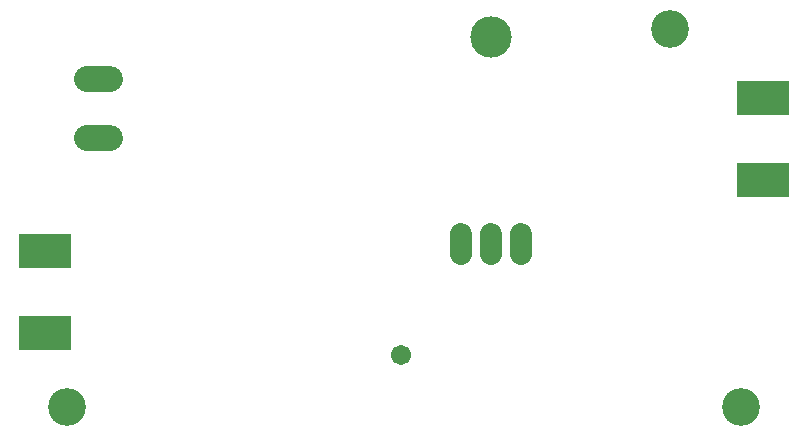
<source format=gbr>
G04 EAGLE Gerber RS-274X export*
G75*
%MOMM*%
%FSLAX34Y34*%
%LPD*%
%INSoldermask Bottom*%
%IPPOS*%
%AMOC8*
5,1,8,0,0,1.08239X$1,22.5*%
G01*
%ADD10C,3.203200*%
%ADD11C,1.879600*%
%ADD12C,3.505200*%
%ADD13R,4.394200X2.870200*%
%ADD14C,2.184400*%
%ADD15C,1.703200*%


D10*
X40000Y40000D03*
X610000Y40000D03*
X550000Y360000D03*
D11*
X373380Y186182D02*
X373380Y169418D01*
X398780Y169418D02*
X398780Y186182D01*
X424180Y186182D02*
X424180Y169418D01*
D12*
X398780Y353060D03*
D13*
X21154Y102214D03*
X21154Y172106D03*
X629086Y301646D03*
X629086Y231754D03*
D14*
X75946Y317246D02*
X56134Y317246D01*
X56134Y267208D02*
X75946Y267208D01*
D15*
X322580Y83820D03*
M02*

</source>
